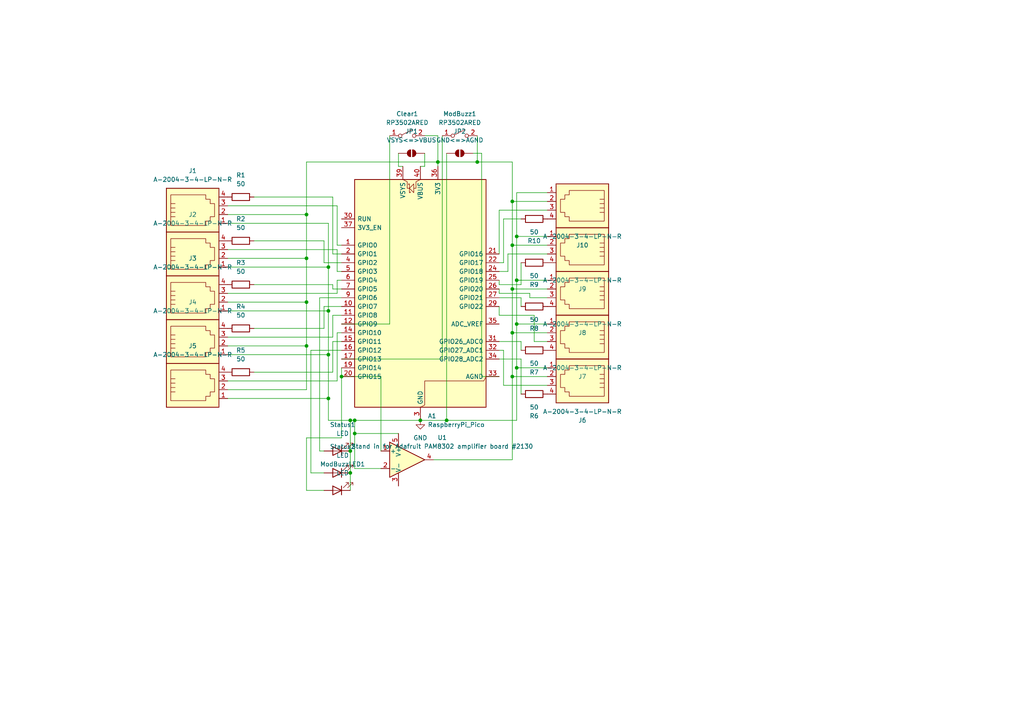
<source format=kicad_sch>
(kicad_sch (version 20250114) (generator "eeschema") (generator_version "9.0")
  (paper "A4")
  (title_block (title "Annika's Buzzer System PCB") (date "2025-12-27") (rev "0"))
  (lib_symbols
    (symbol "Amplifier_Audio:LM1875" (pin_names (offset 0.127))
      (property "Reference" "U" (at 3.81 6.35 0))
      (property "Value" "LM1875" (at 3.81 3.81 0))
      (symbol "LM1875_0_1"
        (polyline (pts (xy -5.08 5.08) (xy 5.08 0) (xy -5.08 -5.08) (xy -5.08 5.08)) (stroke (width 0.254)) (fill (type background)))
      )
      (symbol "LM1875_1_1"
        (pin input line (at -7.62 2.54 0) (length 2.54) (name "+") (number "1"))
        (pin input line (at -7.62 -2.54 0) (length 2.54) (name "-") (number "2"))
        (pin power_in line (at -2.54 7.62 270) (length 3.81) (name "V+") (number "5"))
        (pin power_in line (at -2.54 -7.62 90) (length 3.81) (name "V-") (number "3"))
        (pin output line (at 7.62 0 180) (length 2.54) (name "~") (number "4"))
      )
    )
    (symbol "Connector:4P4C" (pin_names (offset 1.016))
      (property "Reference" "J" (at -5.08 8.89 0))
      (property "Value" "4P4C" (at 2.54 8.89 0))
      (symbol "4P4C_0_1"
        (polyline (pts (xy -6.35 3.175) (xy -5.08 3.175) (xy -5.08 3.175)))
        (polyline (pts (xy -6.35 1.905) (xy -5.08 1.905) (xy -5.08 1.905)))
        (polyline (pts (xy -6.35 0.635) (xy -5.08 0.635) (xy -5.08 0.635)))
        (polyline (pts (xy -6.35 -0.635) (xy -5.08 -0.635) (xy -5.08 -0.635)))
        (polyline (pts (xy -6.35 -3.175) (xy -6.35 5.715) (xy -1.27 5.715) (xy 3.81 5.715) (xy 3.81 4.445) (xy 5.08 4.445) (xy 5.08 3.175) (xy 6.35 3.175) (xy 6.35 -0.635) (xy 5.08 -0.635) (xy 5.08 -1.905) (xy 3.81 -1.905) (xy 3.81 -3.175) (xy -6.35 -3.175) (xy -6.35 -3.175)))
        (rectangle (start 7.62 7.62) (end -7.62 -5.08) (stroke (width 0.254)) (fill (type background)))
      )
      (symbol "4P4C_1_1"
        (pin passive line (at 10.16 5.08 180) (length 2.54) (name "~") (number "4"))
        (pin passive line (at 10.16 2.54 180) (length 2.54) (name "~") (number "3"))
        (pin passive line (at 10.16 0 180) (length 2.54) (name "~") (number "2"))
        (pin passive line (at 10.16 -2.54 180) (length 2.54) (name "~") (number "1"))
      )
    )
    (symbol "Device:LED" (pin_numbers (hide yes)) (pin_names (offset 1.016) (hide yes))
      (property "Reference" "D" (at 0 2.54 0))
      (property "Value" "LED" (at 0 -2.54 0))
      (symbol "LED_0_1"
        (polyline (pts (xy -3.048 -0.762) (xy -4.572 -2.286) (xy -3.81 -2.286) (xy -4.572 -2.286) (xy -4.572 -1.524)))
        (polyline (pts (xy -1.778 -0.762) (xy -3.302 -2.286) (xy -2.54 -2.286) (xy -3.302 -2.286) (xy -3.302 -1.524)))
        (polyline (pts (xy -1.27 0) (xy 1.27 0)))
        (polyline (pts (xy -1.27 -1.27) (xy -1.27 1.27)) (stroke (width 0.254)))
        (polyline (pts (xy 1.27 -1.27) (xy 1.27 1.27) (xy -1.27 0) (xy 1.27 -1.27)) (stroke (width 0.254)))
      )
      (symbol "LED_1_1"
        (pin passive line (at -3.81 0 0) (length 2.54) (name "K") (number "1"))
        (pin passive line (at 3.81 0 180) (length 2.54) (name "A") (number "2"))
      )
    )
    (symbol "Device:R" (pin_numbers (hide yes)) (pin_names (offset 0))
      (property "Reference" "R" (at 2.032 0 90))
      (property "Value" "R" (at 0 0 90))
      (symbol "R_0_1"
        (rectangle (start -1.016 -2.54) (end 1.016 2.54) (stroke (width 0.254)))
      )
      (symbol "R_1_1"
        (pin passive line (at 0 3.81 270) (length 1.27) (name "~") (number "1"))
        (pin passive line (at 0 -3.81 90) (length 1.27) (name "~") (number "2"))
      )
    )
    (symbol "Jumper:SolderJumper_2_Open" (pin_numbers (hide yes)) (pin_names (offset 0) (hide yes)) (in_bom no)
      (property "Reference" "JP" (at 0 2.032 0))
      (property "Value" "SolderJumper_2_Open" (at 0 -2.54 0))
      (symbol "SolderJumper_2_Open_0_1"
        (polyline (pts (xy -0.254 1.016) (xy -0.254 -1.016)))
        (arc (start -0.254 -1.016) (mid -1.2656 0) (end -0.254 1.016))
        (arc (start -0.254 -1.016) (mid -1.2656 0) (end -0.254 1.016) (fill (type outline)))
        (arc (start 0.254 1.016) (mid 1.2656 0) (end 0.254 -1.016))
        (arc (start 0.254 1.016) (mid 1.2656 0) (end 0.254 -1.016) (fill (type outline)))
        (polyline (pts (xy 0.254 1.016) (xy 0.254 -1.016)))
      )
      (symbol "SolderJumper_2_Open_1_1"
        (pin passive line (at -3.81 0 0) (length 2.54) (name "A") (number "1"))
        (pin passive line (at 3.81 0 180) (length 2.54) (name "B") (number "2"))
      )
    )
    (symbol "MCU_Module:RaspberryPi_Pico" (pin_names (offset 0.762))
      (property "Reference" "A" (at -19.05 35.56 0))
      (property "Value" "RaspberryPi_Pico" (at 7.62 35.56 0))
      (symbol "RaspberryPi_Pico_0_1"
        (rectangle (start -19.05 34.29) (end 19.05 -31.75) (stroke (width 0.254)) (fill (type background)))
        (polyline (pts (xy -5.08 34.29) (xy -3.81 33.655) (xy -3.81 31.75) (xy -3.175 31.75)))
        (polyline (pts (xy -3.429 32.766) (xy -3.429 33.02) (xy -3.175 33.02) (xy -3.175 30.48) (xy -2.921 30.48) (xy -2.921 30.734)))
        (polyline (pts (xy -3.175 31.75) (xy -1.905 33.02) (xy -1.905 30.48) (xy -3.175 31.75)))
        (polyline (pts (xy 0 34.29) (xy -1.27 33.655) (xy -1.27 31.75) (xy -1.905 31.75)))
        (polyline (pts (xy 0 -31.75) (xy 1.27 -31.115) (xy 1.27 -24.13) (xy 18.415 -24.13) (xy 19.05 -22.86)))
      )
      (symbol "RaspberryPi_Pico_1_1"
        (pin passive line (at -22.86 22.86 0) (length 3.81) (name "RUN") (number "30"))
        (pin passive line (at -22.86 20.32 0) (length 3.81) (name "3V3_EN") (number "37"))
        (pin bidirectional line (at -22.86 15.24 0) (length 3.81) (name "GPIO0") (number "1"))
        (pin bidirectional line (at -22.86 12.7 0) (length 3.81) (name "GPIO1") (number "2"))
        (pin bidirectional line (at -22.86 10.16 0) (length 3.81) (name "GPIO2") (number "4"))
        (pin bidirectional line (at -22.86 7.62 0) (length 3.81) (name "GPIO3") (number "5"))
        (pin bidirectional line (at -22.86 5.08 0) (length 3.81) (name "GPIO4") (number "6"))
        (pin bidirectional line (at -22.86 2.54 0) (length 3.81) (name "GPIO5") (number "7"))
        (pin bidirectional line (at -22.86 0 0) (length 3.81) (name "GPIO6") (number "9"))
        (pin bidirectional line (at -22.86 -2.54 0) (length 3.81) (name "GPIO7") (number "10"))
        (pin bidirectional line (at -22.86 -5.08 0) (length 3.81) (name "GPIO8") (number "11"))
        (pin bidirectional line (at -22.86 -7.62 0) (length 3.81) (name "GPIO9") (number "12"))
        (pin bidirectional line (at -22.86 -10.16 0) (length 3.81) (name "GPIO10") (number "14"))
        (pin bidirectional line (at -22.86 -12.7 0) (length 3.81) (name "GPIO11") (number "15"))
        (pin bidirectional line (at -22.86 -15.24 0) (length 3.81) (name "GPIO12") (number "16"))
        (pin bidirectional line (at -22.86 -17.78 0) (length 3.81) (name "GPIO13") (number "17"))
        (pin bidirectional line (at -22.86 -20.32 0) (length 3.81) (name "GPIO14") (number "19"))
        (pin bidirectional line (at -22.86 -22.86 0) (length 3.81) (name "GPIO15") (number "20"))
        (pin power_in line (at -5.08 38.1 270) (length 3.81) (name "VSYS") (number "39"))
        (pin power_out line (at 0 38.1 270) (length 3.81) (name "VBUS") (number "40"))
        (pin passive line (at 0 -35.56 90) (length 3.81) (hide yes) (name "GND") (number "13"))
        (pin passive line (at 0 -35.56 90) (length 3.81) (hide yes) (name "GND") (number "18"))
        (pin passive line (at 0 -35.56 90) (length 3.81) (hide yes) (name "GND") (number "23"))
        (pin passive line (at 0 -35.56 90) (length 3.81) (hide yes) (name "GND") (number "28"))
        (pin power_out line (at 0 -35.56 90) (length 3.81) (name "GND") (number "3"))
        (pin passive line (at 0 -35.56 90) (length 3.81) (hide yes) (name "GND") (number "38"))
        (pin passive line (at 0 -35.56 90) (length 3.81) (hide yes) (name "GND") (number "8"))
        (pin power_out line (at 5.08 38.1 270) (length 3.81) (name "3V3") (number "36"))
        (pin bidirectional line (at 22.86 12.7 180) (length 3.81) (name "GPIO16") (number "21"))
        (pin bidirectional line (at 22.86 10.16 180) (length 3.81) (name "GPIO17") (number "22"))
        (pin bidirectional line (at 22.86 7.62 180) (length 3.81) (name "GPIO18") (number "24"))
        (pin bidirectional line (at 22.86 5.08 180) (length 3.81) (name "GPIO19") (number "25"))
        (pin bidirectional line (at 22.86 2.54 180) (length 3.81) (name "GPIO20") (number "26"))
        (pin bidirectional line (at 22.86 0 180) (length 3.81) (name "GPIO21") (number "27"))
        (pin bidirectional line (at 22.86 -2.54 180) (length 3.81) (name "GPIO22") (number "29"))
        (pin power_in line (at 22.86 -7.62 180) (length 3.81) (name "ADC_VREF") (number "35"))
        (pin bidirectional line (at 22.86 -12.7 180) (length 3.81) (name "GPIO26_ADC0") (number "31"))
        (pin bidirectional line (at 22.86 -15.24 180) (length 3.81) (name "GPIO27_ADC1") (number "32"))
        (pin bidirectional line (at 22.86 -17.78 180) (length 3.81) (name "GPIO28_ADC2") (number "34"))
        (pin power_out line (at 22.86 -22.86 180) (length 3.81) (name "AGND") (number "33"))
      )
    )
    (symbol "Switch:SW_SPST" (pin_names (offset 0) (hide yes))
      (property "Reference" "SW" (at 0 3.175 0))
      (property "Value" "SW_SPST" (at 0 -2.54 0))
      (symbol "SW_SPST_0_0"
        (circle (center -2.032 0) (radius 0.508))
        (polyline (pts (xy -1.524 0.254) (xy 1.524 1.778)))
        (circle (center 2.032 0) (radius 0.508))
      )
      (symbol "SW_SPST_1_1"
        (pin passive line (at -5.08 0 0) (length 2.54) (name "A") (number "1"))
        (pin passive line (at 5.08 0 180) (length 2.54) (name "B") (number "2"))
      )
    )
    (symbol "power:GND" (power) (pin_numbers (hide yes)) (pin_names (offset 0) (hide yes))
      (property "Value" "GND" (at 0 -3.81 0))
      (symbol "GND_0_1"
        (polyline (pts (xy 0 0) (xy 0 -1.27) (xy 1.27 -1.27) (xy 0 -2.54) (xy -1.27 -1.27) (xy 0 -1.27)))
      )
      (symbol "GND_1_1"
        (pin power_in line (at 0 0 270) (length 0) (name "~") (number "1"))
      )
    )
  )
  (junction (at 129.54 121.92))
  (junction (at 148.59 96.52))
  (junction (at 149.86 93.98))
  (junction (at 148.59 58.42))
  (junction (at 88.9 100.33))
  (junction (at 95.25 77.47))
  (junction (at 88.9 62.23))
  (junction (at 148.59 109.22))
  (junction (at 88.9 87.63))
  (junction (at 121.92 121.92))
  (junction (at 95.25 102.87))
  (junction (at 101.6 130.81))
  (junction (at 101.6 121.92))
  (junction (at 149.86 106.68))
  (junction (at 99.06 109.22))
  (junction (at 138.43 46.99))
  (junction (at 149.86 81.28))
  (junction (at 101.6 137.16))
  (junction (at 95.25 90.17))
  (junction (at 148.59 71.12))
  (junction (at 102.87 125.73))
  (junction (at 149.86 68.58))
  (junction (at 88.9 74.93))
  (junction (at 127 46.99))
  (junction (at 95.25 115.57))
  (junction (at 102.87 121.92))
  (junction (at 148.59 83.82))
  (wire (pts (xy 88.9 100.33) (xy 88.9 87.63)))
  (wire (pts (xy 66.04 72.39) (xy 97.79 72.39)))
  (wire (pts (xy 102.87 125.73) (xy 115.57 125.73)))
  (wire (pts (xy 129.54 121.92) (xy 149.86 121.92)))
  (wire (pts (xy 146.05 101.6) (xy 144.78 101.6)))
  (wire (pts (xy 158.75 73.66) (xy 147.32 73.66)))
  (wire (pts (xy 90.17 137.16) (xy 93.98 137.16)))
  (wire (pts (xy 139.7 44.45) (xy 139.7 109.22)))
  (wire (pts (xy 66.04 87.63) (xy 88.9 87.63)))
  (wire (pts (xy 148.59 133.35) (xy 148.59 109.22)))
  (wire (pts (xy 73.66 95.25) (xy 93.98 95.25)))
  (wire (pts (xy 92.71 130.81) (xy 93.98 130.81)))
  (wire (pts (xy 144.78 104.14) (xy 151.13 104.14)))
  (wire (pts (xy 151.13 114.3) (xy 151.13 104.14)))
  (wire (pts (xy 95.25 64.77) (xy 95.25 77.47)))
  (wire (pts (xy 158.75 86.36) (xy 153.67 86.36)))
  (wire (pts (xy 128.27 104.14) (xy 99.06 104.14)))
  (wire (pts (xy 73.66 57.15) (xy 96.52 57.15)))
  (wire (pts (xy 95.25 102.87) (xy 95.25 115.57)))
  (wire (pts (xy 127 39.37) (xy 127 46.99)))
  (wire (pts (xy 66.04 74.93) (xy 88.9 74.93)))
  (wire (pts (xy 151.13 82.55) (xy 144.78 82.55)))
  (wire (pts (xy 99.06 109.22) (xy 99.06 127)))
  (wire (pts (xy 138.43 46.99) (xy 148.59 46.99)))
  (wire (pts (xy 154.94 99.06) (xy 154.94 91.44)))
  (wire (pts (xy 95.25 77.47) (xy 95.25 90.17)))
  (wire (pts (xy 88.9 113.03) (xy 88.9 100.33)))
  (wire (pts (xy 158.75 109.22) (xy 148.59 109.22)))
  (wire (pts (xy 144.78 91.44) (xy 144.78 88.9)))
  (wire (pts (xy 97.79 72.39) (xy 97.79 78.74)))
  (wire (pts (xy 66.04 62.23) (xy 88.9 62.23)))
  (wire (pts (xy 97.79 59.69) (xy 97.79 71.12)))
  (wire (pts (xy 127 46.99) (xy 127 48.26)))
  (wire (pts (xy 93.98 69.85) (xy 93.98 76.2)))
  (wire (pts (xy 102.87 121.92) (xy 121.92 121.92)))
  (wire (pts (xy 66.04 97.79) (xy 96.52 97.79)))
  (wire (pts (xy 149.86 68.58) (xy 149.86 81.28)))
  (wire (pts (xy 92.71 86.36) (xy 92.71 130.81)))
  (wire (pts (xy 90.17 101.6) (xy 90.17 137.16)))
  (wire (pts (xy 146.05 63.5) (xy 146.05 76.2)))
  (wire (pts (xy 148.59 109.22) (xy 148.59 96.52)))
  (wire (pts (xy 153.67 85.09) (xy 144.78 85.09)))
  (wire (pts (xy 154.94 91.44) (xy 144.78 91.44)))
  (wire (pts (xy 158.75 81.28) (xy 149.86 81.28)))
  (wire (pts (xy 138.43 39.37) (xy 138.43 46.99)))
  (wire (pts (xy 148.59 96.52) (xy 148.59 83.82)))
  (wire (pts (xy 97.79 81.28) (xy 99.06 81.28)))
  (wire (pts (xy 66.04 113.03) (xy 88.9 113.03)))
  (wire (pts (xy 154.94 99.06) (xy 158.75 99.06)))
  (wire (pts (xy 99.06 86.36) (xy 92.71 86.36)))
  (wire (pts (xy 151.13 63.5) (xy 146.05 63.5)))
  (wire (pts (xy 123.19 44.45) (xy 123.19 48.26)))
  (wire (pts (xy 88.9 46.99) (xy 127 46.99)))
  (wire (pts (xy 151.13 99.06) (xy 144.78 99.06)))
  (wire (pts (xy 144.78 85.09) (xy 144.78 83.82)))
  (wire (pts (xy 96.52 57.15) (xy 96.52 73.66)))
  (wire (pts (xy 158.75 55.88) (xy 149.86 55.88)))
  (wire (pts (xy 137.16 44.45) (xy 139.7 44.45)))
  (wire (pts (xy 88.9 62.23) (xy 88.9 46.99)))
  (wire (pts (xy 151.13 88.9) (xy 151.13 86.36)))
  (wire (pts (xy 146.05 76.2) (xy 144.78 76.2)))
  (wire (pts (xy 151.13 76.2) (xy 151.13 82.55)))
  (wire (pts (xy 88.9 87.63) (xy 88.9 74.93)))
  (wire (pts (xy 123.19 39.37) (xy 127 39.37)))
  (wire (pts (xy 147.32 73.66) (xy 147.32 78.74)))
  (wire (pts (xy 148.59 83.82) (xy 148.59 71.12)))
  (wire (pts (xy 99.06 109.22) (xy 110.49 109.22)))
  (wire (pts (xy 158.75 71.12) (xy 148.59 71.12)))
  (wire (pts (xy 97.79 78.74) (xy 99.06 78.74)))
  (wire (pts (xy 99.06 101.6) (xy 90.17 101.6)))
  (wire (pts (xy 147.32 78.74) (xy 144.78 78.74)))
  (wire (pts (xy 66.04 90.17) (xy 95.25 90.17)))
  (wire (pts (xy 115.57 48.26) (xy 115.57 44.45)))
  (wire (pts (xy 149.86 55.88) (xy 149.86 68.58)))
  (wire (pts (xy 158.75 96.52) (xy 148.59 96.52)))
  (wire (pts (xy 66.04 85.09) (xy 97.79 85.09)))
  (wire (pts (xy 96.52 73.66) (xy 99.06 73.66)))
  (wire (pts (xy 66.04 102.87) (xy 95.25 102.87)))
  (wire (pts (xy 99.06 127) (xy 88.9 127)))
  (wire (pts (xy 93.98 88.9) (xy 99.06 88.9)))
  (wire (pts (xy 96.52 97.79) (xy 96.52 91.44)))
  (wire (pts (xy 125.73 133.35) (xy 148.59 133.35)))
  (wire (pts (xy 66.04 77.47) (xy 95.25 77.47)))
  (wire (pts (xy 153.67 86.36) (xy 153.67 85.09)))
  (wire (pts (xy 99.06 106.68) (xy 99.06 109.22)))
  (wire (pts (xy 144.78 60.96) (xy 144.78 73.66)))
  (wire (pts (xy 110.49 109.22) (xy 110.49 130.81)))
  (wire (pts (xy 95.25 121.92) (xy 101.6 121.92)))
  (wire (pts (xy 110.49 135.89) (xy 102.87 135.89)))
  (wire (pts (xy 93.98 95.25) (xy 93.98 88.9)))
  (wire (pts (xy 66.04 59.69) (xy 97.79 59.69)))
  (wire (pts (xy 144.78 82.55) (xy 144.78 81.28)))
  (wire (pts (xy 158.75 83.82) (xy 148.59 83.82)))
  (wire (pts (xy 66.04 100.33) (xy 88.9 100.33)))
  (wire (pts (xy 96.52 107.95) (xy 96.52 99.06)))
  (wire (pts (xy 95.25 90.17) (xy 95.25 102.87)))
  (wire (pts (xy 96.52 99.06) (xy 99.06 99.06)))
  (wire (pts (xy 149.86 93.98) (xy 149.86 106.68)))
  (wire (pts (xy 144.78 86.36) (xy 151.13 86.36)))
  (wire (pts (xy 158.75 93.98) (xy 149.86 93.98)))
  (wire (pts (xy 148.59 58.42) (xy 148.59 46.99)))
  (wire (pts (xy 96.52 91.44) (xy 99.06 91.44)))
  (wire (pts (xy 139.7 109.22) (xy 144.78 109.22)))
  (wire (pts (xy 148.59 58.42) (xy 148.59 71.12)))
  (wire (pts (xy 113.03 39.37) (xy 113.03 93.98)))
  (wire (pts (xy 66.04 115.57) (xy 95.25 115.57)))
  (wire (pts (xy 88.9 74.93) (xy 88.9 62.23)))
  (wire (pts (xy 158.75 58.42) (xy 148.59 58.42)))
  (wire (pts (xy 93.98 76.2) (xy 99.06 76.2)))
  (wire (pts (xy 121.92 121.92) (xy 129.54 121.92)))
  (wire (pts (xy 116.84 48.26) (xy 115.57 48.26)))
  (wire (pts (xy 151.13 101.6) (xy 151.13 99.06)))
  (wire (pts (xy 128.27 39.37) (xy 128.27 104.14)))
  (wire (pts (xy 149.86 81.28) (xy 149.86 93.98)))
  (wire (pts (xy 158.75 68.58) (xy 149.86 68.58)))
  (wire (pts (xy 101.6 137.16) (xy 101.6 142.24)))
  (wire (pts (xy 101.6 130.81) (xy 101.6 137.16)))
  (wire (pts (xy 129.54 44.45) (xy 129.54 121.92)))
  (wire (pts (xy 66.04 110.49) (xy 97.79 110.49)))
  (wire (pts (xy 96.52 83.82) (xy 99.06 83.82)))
  (wire (pts (xy 102.87 125.73) (xy 102.87 121.92)))
  (wire (pts (xy 101.6 121.92) (xy 102.87 121.92)))
  (wire (pts (xy 158.75 111.76) (xy 146.05 111.76)))
  (wire (pts (xy 97.79 110.49) (xy 97.79 96.52)))
  (wire (pts (xy 73.66 107.95) (xy 96.52 107.95)))
  (wire (pts (xy 73.66 82.55) (xy 96.52 82.55)))
  (wire (pts (xy 73.66 69.85) (xy 93.98 69.85)))
  (wire (pts (xy 96.52 82.55) (xy 96.52 83.82)))
  (wire (pts (xy 149.86 106.68) (xy 158.75 106.68)))
  (wire (pts (xy 121.92 48.26) (xy 123.19 48.26)))
  (wire (pts (xy 146.05 111.76) (xy 146.05 101.6)))
  (wire (pts (xy 88.9 142.24) (xy 93.98 142.24)))
  (wire (pts (xy 101.6 121.92) (xy 101.6 130.81)))
  (wire (pts (xy 66.04 64.77) (xy 95.25 64.77)))
  (wire (pts (xy 97.79 96.52) (xy 99.06 96.52)))
  (wire (pts (xy 158.75 60.96) (xy 144.78 60.96)))
  (wire (pts (xy 88.9 127) (xy 88.9 142.24)))
  (wire (pts (xy 97.79 85.09) (xy 97.79 81.28)))
  (wire (pts (xy 149.86 106.68) (xy 149.86 121.92)))
  (wire (pts (xy 127 46.99) (xy 138.43 46.99)))
  (wire (pts (xy 102.87 135.89) (xy 102.87 125.73)))
  (wire (pts (xy 95.25 115.57) (xy 95.25 121.92)))
  (wire (pts (xy 113.03 93.98) (xy 99.06 93.98)))
  (wire (pts (xy 97.79 71.12) (xy 99.06 71.12)))
  (symbol (lib_id "Jumper:SolderJumper_2_Open") (at 119.38 44.45 0) (unit 1) (in_bom no)
    (property "Reference" "JP1" (at 119.38 38.1 0))
    (property "Value" "VSYS<=>VBUS" (at 119.38 40.64 0))
    (property "Footprint" "Jumper:SolderJumper-2_P1.3mm_Open_Pad1.0x1.5mm" (effects (hide yes)))
    (property "Description" "Solder Jumper, 2-pole, open" (effects (hide yes)))
  )
  (symbol (lib_id "Connector:4P4C") (at 168.91 83.82 180) (unit 1)
    (property "Reference" "J8" (at 168.91 96.52 0))
    (property "Value" "A-2004-3-4-LP-N-R" (at 168.91 93.98 0))
    (property "Footprint" "Connector_RJ:RJ9_Evercom_5301-440xxx_Horizontal" (effects (hide yes)))
    (property "Description" "RJ connector, 4P4C (4 positions 4 connected), RJ9/RJ10/RJ22" (effects (hide yes)))
  )
  (symbol (lib_id "Device:R") (at 69.85 95.25 90) (unit 1)
    (property "Reference" "R4" (at 69.85 88.9 90))
    (property "Value" "50" (at 69.85 91.44 90))
    (property "Footprint" "Resistor_THT:R_Axial_DIN0414_L11.9mm_D4.5mm_P15.24mm_Horizontal" (effects (hide yes)))
    (property "Description" "Resistor" (effects (hide yes)))
  )
  (symbol (lib_id "Connector:4P4C") (at 55.88 100.33 0) (unit 1)
    (property "Reference" "J4" (at 55.88 87.63 0))
    (property "Value" "A-2004-3-4-LP-N-R" (at 55.88 90.17 0))
    (property "Footprint" "Connector_RJ:RJ9_Evercom_5301-440xxx_Horizontal" (effects (hide yes)))
    (property "Description" "RJ connector, 4P4C (4 positions 4 connected), RJ9/RJ10/RJ22" (effects (hide yes)))
  )
  (symbol (lib_id "Device:R") (at 154.94 101.6 270) (unit 1)
    (property "Reference" "R7" (at 154.94 107.95 90))
    (property "Value" "50" (at 154.94 105.41 90))
    (property "Footprint" "Resistor_THT:R_Axial_DIN0414_L11.9mm_D4.5mm_P15.24mm_Horizontal" (effects (hide yes)))
    (property "Description" "Resistor" (effects (hide yes)))
  )
  (symbol (lib_id "Device:LED") (at 97.79 137.16 180) (unit 1)
    (property "Reference" "Status2" (at 99.3775 129.54 0))
    (property "Value" "LED" (at 99.3775 132.08 0))
    (property "Footprint" "LED_THT:LED_D5.0mm" (effects (hide yes)))
    (property "Description" "Light emitting diode" (effects (hide yes)))
    (property "Sim.Pins" "1=K 2=A" (effects (hide yes)))
  )
  (symbol (lib_id "Connector:4P4C") (at 168.91 96.52 180) (unit 1)
    (property "Reference" "J7" (at 168.91 109.22 0))
    (property "Value" "A-2004-3-4-LP-N-R" (at 168.91 106.68 0))
    (property "Footprint" "Connector_RJ:RJ9_Evercom_5301-440xxx_Horizontal" (effects (hide yes)))
    (property "Description" "RJ connector, 4P4C (4 positions 4 connected), RJ9/RJ10/RJ22" (effects (hide yes)))
  )
  (symbol (lib_id "Switch:SW_SPST") (at 118.11 39.37 0) (unit 1)
    (property "Reference" "Clear1" (at 118.11 33.02 0))
    (property "Value" "RP3502ARED" (at 118.11 35.56 0))
    (property "Footprint" "Button_Switch_THT:SW_CW_GPTS203211B" (effects (hide yes)))
    (property "Description" "Single Pole Single Throw (SPST) switch" (effects (hide yes)))
  )
  (symbol (lib_id "Device:R") (at 154.94 76.2 270) (unit 1)
    (property "Reference" "R9" (at 154.94 82.55 90))
    (property "Value" "50" (at 154.94 80.01 90))
    (property "Footprint" "Resistor_THT:R_Axial_DIN0414_L11.9mm_D4.5mm_P15.24mm_Horizontal" (effects (hide yes)))
    (property "Description" "Resistor" (effects (hide yes)))
  )
  (symbol (lib_id "Device:R") (at 154.94 114.3 270) (unit 1)
    (property "Reference" "R6" (at 154.94 120.65 90))
    (property "Value" "50" (at 154.94 118.11 90))
    (property "Footprint" "Resistor_THT:R_Axial_DIN0414_L11.9mm_D4.5mm_P15.24mm_Horizontal" (effects (hide yes)))
    (property "Description" "Resistor" (effects (hide yes)))
  )
  (symbol (lib_id "Connector:4P4C") (at 168.91 109.22 180) (unit 1)
    (property "Reference" "J6" (at 168.91 121.92 0))
    (property "Value" "A-2004-3-4-LP-N-R" (at 168.91 119.38 0))
    (property "Footprint" "Connector_RJ:RJ9_Evercom_5301-440xxx_Horizontal" (effects (hide yes)))
    (property "Description" "RJ connector, 4P4C (4 positions 4 connected), RJ9/RJ10/RJ22" (effects (hide yes)))
  )
  (symbol (lib_id "Connector:4P4C") (at 168.91 58.42 180) (unit 1)
    (property "Reference" "J10" (at 168.91 71.12 0))
    (property "Value" "A-2004-3-4-LP-N-R" (at 168.91 68.58 0))
    (property "Footprint" "Connector_RJ:RJ9_Evercom_5301-440xxx_Horizontal" (effects (hide yes)))
    (property "Description" "RJ connector, 4P4C (4 positions 4 connected), RJ9/RJ10/RJ22" (effects (hide yes)))
  )
  (symbol (lib_id "Device:R") (at 69.85 107.95 90) (unit 1)
    (property "Reference" "R5" (at 69.85 101.6 90))
    (property "Value" "50" (at 69.85 104.14 90))
    (property "Footprint" "Resistor_THT:R_Axial_DIN0414_L11.9mm_D4.5mm_P15.24mm_Horizontal" (effects (hide yes)))
    (property "Description" "Resistor" (effects (hide yes)))
  )
  (symbol (lib_id "Device:R") (at 69.85 57.15 90) (unit 1)
    (property "Reference" "R1" (at 69.85 50.8 90))
    (property "Value" "50" (at 69.85 53.34 90))
    (property "Footprint" "Resistor_THT:R_Axial_DIN0414_L11.9mm_D4.5mm_P15.24mm_Horizontal" (effects (hide yes)))
    (property "Description" "Resistor" (effects (hide yes)))
  )
  (symbol (lib_id "Device:LED") (at 97.79 142.24 180) (unit 1)
    (property "Reference" "ModBuzzLED1" (at 99.3775 134.62 0))
    (property "Value" "LED" (at 99.3775 137.16 0))
    (property "Footprint" "LED_THT:LED_D5.0mm" (effects (hide yes)))
    (property "Description" "Light emitting diode" (effects (hide yes)))
    (property "Sim.Pins" "1=K 2=A" (effects (hide yes)))
  )
  (symbol (lib_id "power:GND") (at 121.92 121.92 0) (unit 1)
    (property "Reference" "#PWR01" (effects (hide yes)))
    (property "Value" "GND" (at 121.92 127 0))
    (property "Description" "Power symbol creates a global label with name \"GND\" , ground" (effects (hide yes)))
  )
  (symbol (lib_id "Device:LED") (at 97.79 130.81 180) (unit 1)
    (property "Reference" "Status1" (at 99.3775 123.19 0))
    (property "Value" "LED" (at 99.3775 125.73 0))
    (property "Footprint" "LED_THT:LED_D5.0mm" (effects (hide yes)))
    (property "Description" "Light emitting diode" (effects (hide yes)))
    (property "Sim.Pins" "1=K 2=A" (effects (hide yes)))
  )
  (symbol (lib_id "Device:R") (at 69.85 69.85 90) (unit 1)
    (property "Reference" "R2" (at 69.85 63.5 90))
    (property "Value" "50" (at 69.85 66.04 90))
    (property "Footprint" "Resistor_THT:R_Axial_DIN0414_L11.9mm_D4.5mm_P15.24mm_Horizontal" (effects (hide yes)))
    (property "Description" "Resistor" (effects (hide yes)))
  )
  (symbol (lib_id "Connector:4P4C") (at 55.88 113.03 0) (unit 1)
    (property "Reference" "J5" (at 55.88 100.33 0))
    (property "Value" "A-2004-3-4-LP-N-R" (at 55.88 102.87 0))
    (property "Footprint" "Connector_RJ:RJ9_Evercom_5301-440xxx_Horizontal" (effects (hide yes)))
    (property "Description" "RJ connector, 4P4C (4 positions 4 connected), RJ9/RJ10/RJ22" (effects (hide yes)))
  )
  (symbol (lib_id "Connector:4P4C") (at 55.88 74.93 0) (unit 1)
    (property "Reference" "J2" (at 55.88 62.23 0))
    (property "Value" "A-2004-3-4-LP-N-R" (at 55.88 64.77 0))
    (property "Footprint" "Connector_RJ:RJ9_Evercom_5301-440xxx_Horizontal" (effects (hide yes)))
    (property "Description" "RJ connector, 4P4C (4 positions 4 connected), RJ9/RJ10/RJ22" (effects (hide yes)))
  )
  (symbol (lib_id "MCU_Module:RaspberryPi_Pico") (at 121.92 86.36 0) (unit 1)
    (property "Reference" "A1" (at 124.0633 120.65 0) (effects (justify left)))
    (property "Value" "RaspberryPi_Pico" (at 124.0633 123.19 0) (effects (justify left)))
    (property "Footprint" "Module:RaspberryPi_Pico_Common_Unspecified" (effects (hide yes)))
    (property "Datasheet" "https://datasheets.raspberrypi.com/pico/pico-datasheet.pdf" (effects (hide yes)))
    (property "Description" "Versatile and inexpensive microcontroller module powered by RP2040 dual-core Arm Cortex-M0+ processor up to 133 MHz, 264kB SRAM, 2MB QSPI flash; also supports Raspberry Pi Pico 2" (effects (hide yes)))
  )
  (symbol (lib_id "Device:R") (at 154.94 88.9 270) (unit 1)
    (property "Reference" "R8" (at 154.94 95.25 90))
    (property "Value" "50" (at 154.94 92.71 90))
    (property "Footprint" "Resistor_THT:R_Axial_DIN0414_L11.9mm_D4.5mm_P15.24mm_Horizontal" (effects (hide yes)))
    (property "Description" "Resistor" (effects (hide yes)))
  )
  (symbol (lib_id "Connector:4P4C") (at 55.88 62.23 0) (unit 1)
    (property "Reference" "J1" (at 55.88 49.53 0))
    (property "Value" "A-2004-3-4-LP-N-R" (at 55.88 52.07 0))
    (property "Footprint" "Connector_RJ:RJ9_Evercom_5301-440xxx_Horizontal" (effects (hide yes)))
    (property "Description" "RJ connector, 4P4C (4 positions 4 connected), RJ9/RJ10/RJ22" (effects (hide yes)))
  )
  (symbol (lib_id "Jumper:SolderJumper_2_Open") (at 133.35 44.45 0) (unit 1) (in_bom no)
    (property "Reference" "JP2" (at 133.35 38.1 0))
    (property "Value" "GND<=>AGND" (at 133.35 40.64 0))
    (property "Footprint" "Jumper:SolderJumper-2_P1.3mm_Open_Pad1.0x1.5mm" (effects (hide yes)))
    (property "Description" "Solder Jumper, 2-pole, open" (effects (hide yes)))
  )
  (symbol (lib_id "Device:R") (at 69.85 82.55 90) (unit 1)
    (property "Reference" "R3" (at 69.85 76.2 90))
    (property "Value" "50" (at 69.85 78.74 90))
    (property "Footprint" "Resistor_THT:R_Axial_DIN0414_L11.9mm_D4.5mm_P15.24mm_Horizontal" (effects (hide yes)))
    (property "Description" "Resistor" (effects (hide yes)))
  )
  (symbol (lib_id "Connector:4P4C") (at 168.91 71.12 180) (unit 1)
    (property "Reference" "J9" (at 168.91 83.82 0))
    (property "Value" "A-2004-3-4-LP-N-R" (at 168.91 81.28 0))
    (property "Footprint" "Connector_RJ:RJ9_Evercom_5301-440xxx_Horizontal" (effects (hide yes)))
    (property "Description" "RJ connector, 4P4C (4 positions 4 connected), RJ9/RJ10/RJ22" (effects (hide yes)))
  )
  (symbol (lib_id "Amplifier_Audio:LM1875") (at 118.11 133.35 0) (unit 1)
    (property "Reference" "U1" (at 128.27 126.9298 0))
    (property "Value" "Stand in for Adafruit PAM8302 amplifier board #2130" (at 128.27 129.4698 0))
    (property "Footprint" "Package_TO_SOT_THT:TO-264-5_Horizontal_TabDown" (effects (hide yes)))
    (property "Datasheet" "http://www.ti.com/lit/ds/symlink/lm1875.pdf" (effects (hide yes)))
    (property "Description" "20W Audio Power Amplifier, TO-220-5" (effects (hide yes)))
  )
  (symbol (lib_id "Connector:4P4C") (at 55.88 87.63 0) (unit 1)
    (property "Reference" "J3" (at 55.88 74.93 0))
    (property "Value" "A-2004-3-4-LP-N-R" (at 55.88 77.47 0))
    (property "Footprint" "Connector_RJ:RJ9_Evercom_5301-440xxx_Horizontal" (effects (hide yes)))
    (property "Description" "RJ connector, 4P4C (4 positions 4 connected), RJ9/RJ10/RJ22" (effects (hide yes)))
  )
  (symbol (lib_id "Device:R") (at 154.94 63.5 270) (unit 1)
    (property "Reference" "R10" (at 154.94 69.85 90))
    (property "Value" "50" (at 154.94 67.31 90))
    (property "Footprint" "Resistor_THT:R_Axial_DIN0414_L11.9mm_D4.5mm_P15.24mm_Horizontal" (effects (hide yes)))
    (property "Description" "Resistor" (effects (hide yes)))
  )
  (symbol (lib_id "Switch:SW_SPST") (at 133.35 39.37 0) (unit 1)
    (property "Reference" "ModBuzz1" (at 133.35 33.02 0))
    (property "Value" "RP3502ARED" (at 133.35 35.56 0))
    (property "Footprint" "Button_Switch_THT:SW_CW_GPTS203211B" (effects (hide yes)))
    (property "Description" "Single Pole Single Throw (SPST) switch" (effects (hide yes)))
  )
)
</source>
